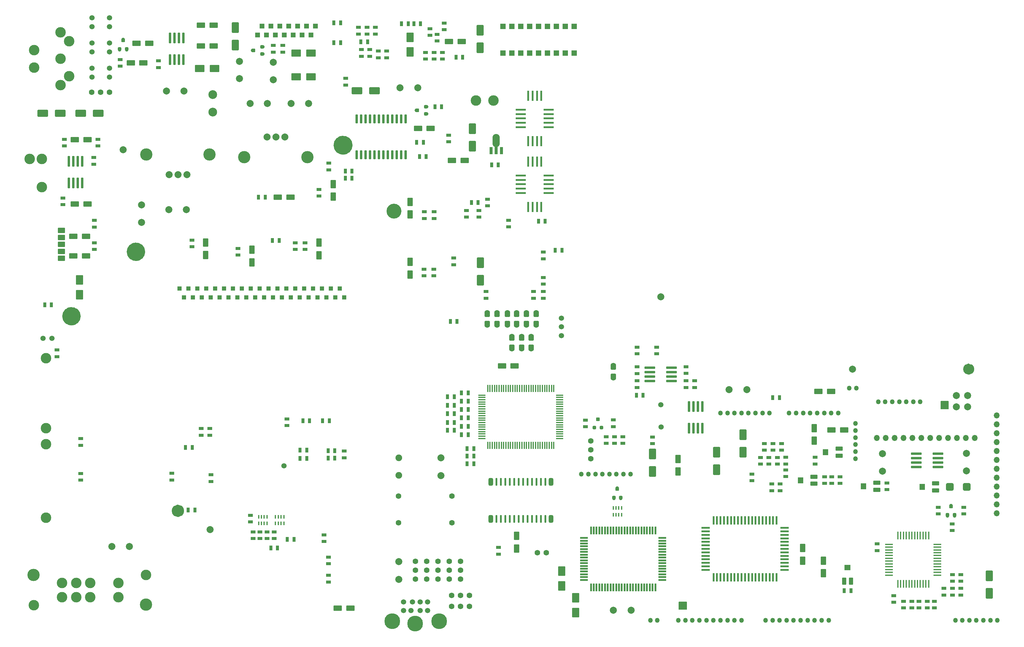
<source format=gts>
G04 #@! TF.GenerationSoftware,KiCad,Pcbnew,7.0.8*
G04 #@! TF.CreationDate,2023-10-29T14:46:32+01:00*
G04 #@! TF.ProjectId,PCE,5043452e-6b69-4636-9164-5f7063625858,rev?*
G04 #@! TF.SameCoordinates,Original*
G04 #@! TF.FileFunction,Soldermask,Top*
G04 #@! TF.FilePolarity,Negative*
%FSLAX46Y46*%
G04 Gerber Fmt 4.6, Leading zero omitted, Abs format (unit mm)*
G04 Created by KiCad (PCBNEW 7.0.8) date 2023-10-29 14:46:32*
%MOMM*%
%LPD*%
G01*
G04 APERTURE LIST*
G04 Aperture macros list*
%AMRoundRect*
0 Rectangle with rounded corners*
0 $1 Rounding radius*
0 $2 $3 $4 $5 $6 $7 $8 $9 X,Y pos of 4 corners*
0 Add a 4 corners polygon primitive as box body*
4,1,4,$2,$3,$4,$5,$6,$7,$8,$9,$2,$3,0*
0 Add four circle primitives for the rounded corners*
1,1,$1+$1,$2,$3*
1,1,$1+$1,$4,$5*
1,1,$1+$1,$6,$7*
1,1,$1+$1,$8,$9*
0 Add four rect primitives between the rounded corners*
20,1,$1+$1,$2,$3,$4,$5,0*
20,1,$1+$1,$4,$5,$6,$7,0*
20,1,$1+$1,$6,$7,$8,$9,0*
20,1,$1+$1,$8,$9,$2,$3,0*%
G04 Aperture macros list end*
%ADD10C,0.150000*%
%ADD11C,2.650000*%
%ADD12C,1.575000*%
%ADD13C,2.150000*%
%ADD14C,2.717800*%
%ADD15C,1.775000*%
%ADD16RoundRect,0.200000X-0.800000X1.300000X-0.800000X-1.300000X0.800000X-1.300000X0.800000X1.300000X0*%
%ADD17RoundRect,0.219512X0.480488X-0.230488X0.480488X0.230488X-0.480488X0.230488X-0.480488X-0.230488X0*%
%ADD18RoundRect,0.219512X-0.480488X0.230488X-0.480488X-0.230488X0.480488X-0.230488X0.480488X0.230488X0*%
%ADD19RoundRect,0.219512X-0.230488X-0.480488X0.230488X-0.480488X0.230488X0.480488X-0.230488X0.480488X0*%
%ADD20RoundRect,0.060000X-1.440000X-0.240000X1.440000X-0.240000X1.440000X0.240000X-1.440000X0.240000X0*%
%ADD21RoundRect,0.150000X-1.050000X-0.600000X1.050000X-0.600000X1.050000X0.600000X-1.050000X0.600000X0*%
%ADD22RoundRect,0.150000X0.600000X-1.050000X0.600000X1.050000X-0.600000X1.050000X-0.600000X-1.050000X0*%
%ADD23O,1.350000X1.350000*%
%ADD24C,1.600000*%
%ADD25RoundRect,0.200000X0.800000X-1.300000X0.800000X1.300000X-0.800000X1.300000X-0.800000X-1.300000X0*%
%ADD26RoundRect,0.150000X-0.600000X1.050000X-0.600000X-1.050000X0.600000X-1.050000X0.600000X1.050000X0*%
%ADD27R,0.400000X1.100000*%
%ADD28RoundRect,0.200000X-1.175000X-0.800000X1.175000X-0.800000X1.175000X0.800000X-1.175000X0.800000X0*%
%ADD29C,1.500000*%
%ADD30RoundRect,0.219512X0.230488X0.480488X-0.230488X0.480488X-0.230488X-0.480488X0.230488X-0.480488X0*%
%ADD31RoundRect,0.060000X-0.940000X-0.540000X0.940000X-0.540000X0.940000X0.540000X-0.940000X0.540000X0*%
%ADD32RoundRect,0.080000X-0.720000X-0.795000X0.720000X-0.795000X0.720000X0.795000X-0.720000X0.795000X0*%
%ADD33C,2.000000*%
%ADD34RoundRect,0.060000X0.240000X-1.440000X0.240000X1.440000X-0.240000X1.440000X-0.240000X-1.440000X0*%
%ADD35O,1.700000X1.700000*%
%ADD36R,0.900000X2.000000*%
%ADD37R,0.900000X2.500000*%
%ADD38RoundRect,1.050000X0.000000X-0.825000X0.000000X0.825000X0.000000X0.825000X0.000000X-0.825000X0*%
%ADD39RoundRect,0.200000X0.300000X0.300000X-0.300000X0.300000X-0.300000X-0.300000X0.300000X-0.300000X0*%
%ADD40C,1.000000*%
%ADD41RoundRect,0.250000X0.250000X0.250000X-0.250000X0.250000X-0.250000X-0.250000X0.250000X-0.250000X0*%
%ADD42RoundRect,0.326087X-0.473913X0.423913X-0.473913X-0.423913X0.473913X-0.423913X0.473913X0.423913X0*%
%ADD43C,3.000000*%
%ADD44RoundRect,0.200000X-0.800000X1.175000X-0.800000X-1.175000X0.800000X-1.175000X0.800000X1.175000X0*%
%ADD45C,4.500000*%
%ADD46RoundRect,0.070000X0.630000X0.630000X-0.630000X0.630000X-0.630000X-0.630000X0.630000X-0.630000X0*%
%ADD47RoundRect,0.060000X-0.240000X1.190000X-0.240000X-1.190000X0.240000X-1.190000X0.240000X1.190000X0*%
%ADD48RoundRect,0.200000X0.300000X-0.300000X0.300000X0.300000X-0.300000X0.300000X-0.300000X-0.300000X0*%
%ADD49RoundRect,0.250000X0.250000X-0.250000X0.250000X0.250000X-0.250000X0.250000X-0.250000X-0.250000X0*%
%ADD50R,0.500000X2.200000*%
%ADD51R,2.200000X0.500000*%
%ADD52RoundRect,0.478260X0.621740X0.621740X-0.621740X0.621740X-0.621740X-0.621740X0.621740X-0.621740X0*%
%ADD53RoundRect,0.200000X-1.300000X-0.800000X1.300000X-0.800000X1.300000X0.800000X-1.300000X0.800000X0*%
%ADD54RoundRect,0.100000X-0.100000X0.950000X-0.100000X-0.950000X0.100000X-0.950000X0.100000X0.950000X0*%
%ADD55RoundRect,0.100000X-0.950000X0.100000X-0.950000X-0.100000X0.950000X-0.100000X0.950000X0.100000X0*%
%ADD56RoundRect,0.325000X0.325000X0.753750X-0.325000X0.753750X-0.325000X-0.753750X0.325000X-0.753750X0*%
%ADD57RoundRect,0.142500X0.142500X0.936250X-0.142500X0.936250X-0.142500X-0.936250X0.142500X-0.936250X0*%
%ADD58RoundRect,0.200000X1.300000X0.800000X-1.300000X0.800000X-1.300000X-0.800000X1.300000X-0.800000X0*%
%ADD59C,2.500000*%
%ADD60C,3.500000*%
%ADD61R,1.600000X1.600000*%
%ADD62R,0.500000X3.000000*%
%ADD63R,3.000000X0.500000*%
%ADD64C,1.900000*%
%ADD65RoundRect,0.075000X0.925000X0.675000X-0.925000X0.675000X-0.925000X-0.675000X0.925000X-0.675000X0*%
%ADD66R,0.400000X2.250000*%
%ADD67R,2.250000X0.400000*%
%ADD68RoundRect,0.060000X-0.540000X0.940000X-0.540000X-0.940000X0.540000X-0.940000X0.540000X0.940000X0*%
%ADD69RoundRect,0.080000X-0.795000X0.720000X-0.795000X-0.720000X0.795000X-0.720000X0.795000X0.720000X0*%
%ADD70R,0.500000X2.400000*%
%ADD71R,2.400000X0.500000*%
%ADD72RoundRect,0.062500X0.562500X0.562500X-0.562500X0.562500X-0.562500X-0.562500X0.562500X-0.562500X0*%
G04 APERTURE END LIST*
D10*
X257625000Y-215450000D02*
X259800000Y-215450000D01*
X259800000Y-217625000D01*
X257625000Y-217625000D01*
X257625000Y-215450000D01*
G36*
X257625000Y-215450000D02*
G01*
X259800000Y-215450000D01*
X259800000Y-217625000D01*
X257625000Y-217625000D01*
X257625000Y-215450000D01*
G37*
D11*
X104000000Y-115500000D02*
G75*
G03*
X104000000Y-115500000I-1325000J0D01*
G01*
D12*
X341087500Y-149000000D02*
G75*
G03*
X341087500Y-149000000I-787500J0D01*
G01*
D13*
X177375000Y-103900000D02*
G75*
G03*
X177375000Y-103900000I-1075000J0D01*
G01*
D11*
X85600000Y-133900000D02*
G75*
G03*
X85600000Y-133900000I-1325000J0D01*
G01*
D14*
X163131500Y-85064600D02*
G75*
G03*
X163131500Y-85064600I-1358900J0D01*
G01*
D10*
X332325000Y-158200000D02*
X334500000Y-158200000D01*
X334500000Y-160375000D01*
X332325000Y-160375000D01*
X332325000Y-158200000D01*
G36*
X332325000Y-158200000D02*
G01*
X334500000Y-158200000D01*
X334500000Y-160375000D01*
X332325000Y-160375000D01*
X332325000Y-158200000D01*
G37*
D15*
X115537500Y-189475000D02*
G75*
G03*
X115537500Y-189475000I-887500J0D01*
G01*
D16*
X346125000Y-208050000D03*
X346125000Y-213050000D03*
D17*
X245625000Y-154250000D03*
X245625000Y-152350000D03*
D18*
X193350000Y-117275000D03*
X193350000Y-119175000D03*
D19*
X195575000Y-160525000D03*
X197475000Y-160525000D03*
D20*
X325300000Y-173145000D03*
X325300000Y-174415000D03*
X325300000Y-175685000D03*
X325300000Y-176955000D03*
X331500000Y-176950000D03*
X331500000Y-175685000D03*
X331500000Y-174415000D03*
X331500000Y-173145000D03*
D21*
X121212200Y-50774600D03*
X124812200Y-50774600D03*
D18*
X259675000Y-148325000D03*
X259675000Y-150225000D03*
D17*
X288100000Y-179700000D03*
X288100000Y-177800000D03*
D22*
X180925000Y-104825000D03*
X180925000Y-101225000D03*
D23*
X303050000Y-161575000D03*
X301050000Y-161575000D03*
X299050000Y-161575000D03*
X297050000Y-161575000D03*
X295050000Y-161575000D03*
X293050000Y-161575000D03*
X291050000Y-161575000D03*
X289050000Y-161575000D03*
D19*
X195575000Y-167700000D03*
X197475000Y-167700000D03*
D17*
X314150000Y-200800000D03*
X314150000Y-198900000D03*
D24*
X192785000Y-213591200D03*
X195325000Y-213591200D03*
X197865000Y-213591200D03*
D18*
X236900000Y-168325000D03*
X236900000Y-170225000D03*
D25*
X200950000Y-123625000D03*
X200950000Y-118625000D03*
D26*
X211325000Y-196600000D03*
X211325000Y-200200000D03*
D27*
X142475000Y-193050000D03*
X143275000Y-193050000D03*
X144075000Y-193050000D03*
X144875000Y-193050000D03*
X144875000Y-191150000D03*
X144075000Y-191150000D03*
X143275000Y-191150000D03*
X142475000Y-191150000D03*
D28*
X120875000Y-63150000D03*
X125075000Y-63150000D03*
D26*
X135750000Y-114900000D03*
X135750000Y-118500000D03*
D17*
X167000000Y-59675000D03*
X167000000Y-57775000D03*
D19*
X191575000Y-161725000D03*
X193475000Y-161725000D03*
D29*
X95100000Y-65600000D03*
X90100000Y-65600000D03*
X95100000Y-63100000D03*
X90100000Y-63100000D03*
D17*
X171000000Y-53325000D03*
X171000000Y-51425000D03*
D30*
X119475000Y-189275000D03*
X117575000Y-189275000D03*
D17*
X80175000Y-145425000D03*
X80175000Y-143525000D03*
D18*
X285675000Y-174225000D03*
X285675000Y-176125000D03*
D24*
X232460800Y-169545000D03*
X232460800Y-172085000D03*
X232460800Y-174625000D03*
D18*
X191875000Y-82200000D03*
X191875000Y-84100000D03*
D31*
X296150000Y-179725000D03*
D32*
X292300000Y-180725000D03*
D31*
X296150000Y-181725000D03*
D18*
X162560000Y-65979000D03*
X162560000Y-67879000D03*
D23*
X249450000Y-220700000D03*
X251450000Y-220700000D03*
D29*
X95100000Y-58425000D03*
X90100000Y-58425000D03*
X95100000Y-55925000D03*
X90100000Y-55925000D03*
D17*
X168600000Y-53325000D03*
X168600000Y-51425000D03*
X301200000Y-181650000D03*
X301200000Y-179750000D03*
D23*
X282325000Y-220700000D03*
X284325000Y-220700000D03*
X286325000Y-220700000D03*
X288325000Y-220700000D03*
X290325000Y-220700000D03*
X292325000Y-220700000D03*
X294325000Y-220700000D03*
X296325000Y-220700000D03*
X298325000Y-220700000D03*
X300325000Y-220700000D03*
D17*
X318900000Y-215575000D03*
X318900000Y-213675000D03*
D19*
X187975000Y-74100000D03*
X189875000Y-74100000D03*
D24*
X192850000Y-185275000D03*
X177610000Y-185275000D03*
X177610000Y-192895000D03*
X192850000Y-192895000D03*
X182425000Y-208965000D03*
X182425000Y-206425000D03*
X182425000Y-203885000D03*
D33*
X339625000Y-173100000D03*
X339625000Y-178075000D03*
D34*
X260520000Y-165875000D03*
X261790000Y-165875000D03*
X263060000Y-165875000D03*
X264330000Y-165875000D03*
X264325000Y-159675000D03*
X263060000Y-159675000D03*
X261790000Y-159675000D03*
X260520000Y-159675000D03*
D33*
X111375000Y-69575000D03*
X116350000Y-69575000D03*
D18*
X239200000Y-168325000D03*
X239200000Y-170225000D03*
D27*
X238850000Y-190550000D03*
X239650000Y-190550000D03*
X240450000Y-190550000D03*
X241250000Y-190550000D03*
X241250000Y-188650000D03*
X240450000Y-188650000D03*
X239650000Y-188650000D03*
X238850000Y-188650000D03*
D29*
X95100000Y-51225000D03*
X90100000Y-51225000D03*
X95100000Y-48725000D03*
X90100000Y-48725000D03*
D35*
X314080000Y-168650000D03*
X316620000Y-168650000D03*
X319160000Y-168650000D03*
X321700000Y-168650000D03*
X324240000Y-168650000D03*
X326780000Y-168650000D03*
X329320000Y-168650000D03*
X331860000Y-168650000D03*
X334400000Y-168650000D03*
X336940000Y-168650000D03*
X339480000Y-168650000D03*
X342020000Y-168650000D03*
D17*
X112950000Y-180650000D03*
X112950000Y-178750000D03*
X91821000Y-85262800D03*
X91821000Y-83362800D03*
D19*
X76662200Y-130683000D03*
X78562200Y-130683000D03*
D33*
X141875000Y-61400000D03*
X141875000Y-66375000D03*
D24*
X219750000Y-201425000D03*
X217210000Y-201425000D03*
D17*
X251250000Y-144650000D03*
X251250000Y-142750000D03*
D36*
X203975000Y-86600000D03*
D37*
X205475000Y-86350000D03*
D38*
X205475000Y-83725000D03*
D36*
X206975000Y-86600000D03*
D18*
X286500000Y-181812500D03*
X286500000Y-183712500D03*
D39*
X182950000Y-75100000D03*
D40*
X182650000Y-75100000D03*
X185650000Y-76100000D03*
D41*
X185350000Y-76100000D03*
D40*
X185650000Y-74100000D03*
D41*
X185350000Y-74100000D03*
D21*
X192027400Y-55499000D03*
X195627400Y-55499000D03*
D33*
X123800000Y-194850000D03*
D30*
X180345200Y-50342800D03*
X178445200Y-50342800D03*
D17*
X335625000Y-213525000D03*
X335625000Y-211625000D03*
D24*
X185630000Y-208965000D03*
X185630000Y-206425000D03*
X185630000Y-203885000D03*
D31*
X330875000Y-181625000D03*
D32*
X327025000Y-182625000D03*
D31*
X330875000Y-183625000D03*
D23*
X283450000Y-161575000D03*
X281450000Y-161575000D03*
X279450000Y-161575000D03*
X277450000Y-161575000D03*
X275450000Y-161575000D03*
X273450000Y-161575000D03*
X271450000Y-161575000D03*
X269450000Y-161575000D03*
D19*
X195575000Y-162925000D03*
X197475000Y-162925000D03*
D24*
X192055000Y-208975000D03*
X192055000Y-206435000D03*
X192055000Y-203895000D03*
D21*
X143175000Y-99875000D03*
X146775000Y-99875000D03*
D19*
X157500000Y-174425000D03*
X159400000Y-174425000D03*
D17*
X135325000Y-192625000D03*
X135325000Y-190725000D03*
D24*
X205700000Y-132900000D03*
D42*
X205700000Y-133350000D03*
X205700000Y-135950000D03*
D24*
X205700000Y-136400000D03*
D18*
X184875000Y-120475000D03*
X184875000Y-122375000D03*
D43*
X73627600Y-62875800D03*
X73627600Y-57875800D03*
X81127600Y-67875800D03*
X81127600Y-60375800D03*
X81127600Y-52875800D03*
X83627600Y-65375800D03*
X83627600Y-55375800D03*
D18*
X123725000Y-165975000D03*
X123725000Y-167875000D03*
D17*
X190119000Y-60487600D03*
X190119000Y-58587600D03*
D18*
X109067600Y-61000600D03*
X109067600Y-62900600D03*
D23*
X257450000Y-220700000D03*
X259450000Y-220700000D03*
X261450000Y-220700000D03*
X263450000Y-220700000D03*
X265450000Y-220700000D03*
X267450000Y-220700000D03*
X269450000Y-220700000D03*
X271450000Y-220700000D03*
X273450000Y-220700000D03*
X275450000Y-220700000D03*
D18*
X208975000Y-106475000D03*
X208975000Y-108375000D03*
D30*
X286275000Y-157175000D03*
X284375000Y-157175000D03*
D18*
X187750000Y-104100000D03*
X187750000Y-106000000D03*
D44*
X228175000Y-214300000D03*
X228175000Y-218500000D03*
D33*
X315675000Y-173150000D03*
X315675000Y-178125000D03*
D18*
X230925000Y-163575000D03*
X230925000Y-165475000D03*
D19*
X217525000Y-106800000D03*
X219425000Y-106800000D03*
D17*
X278425000Y-180875000D03*
X278425000Y-178975000D03*
D18*
X238850000Y-163512500D03*
X238850000Y-165412500D03*
X184925000Y-104100000D03*
X184925000Y-106000000D03*
D45*
X189225000Y-220950000D03*
X182375000Y-221700000D03*
X175825000Y-220950000D03*
D29*
X183775000Y-217950000D03*
X181125000Y-217950000D03*
X185875000Y-217950000D03*
X183775000Y-215450000D03*
X179075000Y-217950000D03*
X185875000Y-215450000D03*
X181575000Y-215450000D03*
X179075000Y-215450000D03*
D17*
X90805000Y-114843600D03*
X90805000Y-112943600D03*
D19*
X166875000Y-55550000D03*
X168775000Y-55550000D03*
D23*
X336475000Y-220700000D03*
X338475000Y-220700000D03*
X340475000Y-220700000D03*
X342475000Y-220700000D03*
X344475000Y-220700000D03*
X346475000Y-220700000D03*
X348475000Y-220700000D03*
D21*
X102848000Y-55981600D03*
X106448000Y-55981600D03*
X160275000Y-217250000D03*
X163875000Y-217250000D03*
D33*
X189705000Y-174300000D03*
X189705000Y-179380000D03*
D18*
X187675000Y-120475000D03*
X187675000Y-122375000D03*
D19*
X162425000Y-94500000D03*
X164325000Y-94500000D03*
D30*
X199075000Y-173850000D03*
X197175000Y-173850000D03*
D19*
X159175000Y-50150000D03*
X161075000Y-50150000D03*
D17*
X328450000Y-217175000D03*
X328450000Y-215275000D03*
D33*
X99025000Y-86325000D03*
D28*
X148425000Y-65550000D03*
X152625000Y-65550000D03*
D46*
X137380000Y-53575000D03*
X138650000Y-51035000D03*
X139920000Y-53575000D03*
X141190000Y-51035000D03*
X142460000Y-53575000D03*
X143730000Y-51035000D03*
X145000000Y-53575000D03*
X146270000Y-51035000D03*
X147540000Y-53575000D03*
X148810000Y-51035000D03*
X150080000Y-53575000D03*
X151350000Y-51035000D03*
X152620000Y-53575000D03*
X153890000Y-51035000D03*
D16*
X198650000Y-80350000D03*
X198650000Y-85350000D03*
D17*
X142100000Y-197400000D03*
X142100000Y-195500000D03*
D33*
X135225000Y-73150000D03*
X140200000Y-73150000D03*
D18*
X259675000Y-152325000D03*
X259675000Y-154225000D03*
D30*
X183891000Y-50342800D03*
X181991000Y-50342800D03*
D18*
X245625000Y-148350000D03*
X245625000Y-150250000D03*
X90627200Y-88585000D03*
X90627200Y-90485000D03*
D17*
X86950000Y-180700000D03*
X86950000Y-178800000D03*
X330500000Y-217175000D03*
X330500000Y-215275000D03*
D21*
X85223800Y-101879400D03*
X88823800Y-101879400D03*
D19*
X137650000Y-99875000D03*
X139550000Y-99875000D03*
D16*
X268350000Y-172725000D03*
X268350000Y-177725000D03*
D47*
X179610000Y-77525000D03*
X178340000Y-77525000D03*
X177070000Y-77525000D03*
X175800000Y-77525000D03*
X174530000Y-77525000D03*
X173260000Y-77525000D03*
X171990000Y-77525000D03*
X170720000Y-77525000D03*
X169450000Y-77525000D03*
X168180000Y-77525000D03*
X166910000Y-77525000D03*
X165640000Y-77525000D03*
X165640000Y-87825000D03*
X166910000Y-87825000D03*
X168180000Y-87825000D03*
X169450000Y-87825000D03*
X170720000Y-87825000D03*
X171990000Y-87825000D03*
X173260000Y-87825000D03*
X174530000Y-87825000D03*
X175800000Y-87825000D03*
X177070000Y-87825000D03*
X178340000Y-87825000D03*
X179610000Y-87825000D03*
D30*
X159400000Y-172300000D03*
X157500000Y-172300000D03*
D48*
X240025000Y-183250000D03*
D40*
X240025000Y-182950000D03*
X239025000Y-185950000D03*
D49*
X239025000Y-185650000D03*
D40*
X241025000Y-185950000D03*
D49*
X241025000Y-185650000D03*
D16*
X200914000Y-52211600D03*
X200914000Y-57211600D03*
D17*
X131775000Y-116450000D03*
X131775000Y-114550000D03*
D33*
X177695000Y-209050000D03*
X177695000Y-203970000D03*
D17*
X82245200Y-85262800D03*
X82245200Y-83362800D03*
D50*
X250900000Y-195050000D03*
X250100000Y-195050000D03*
X249300000Y-195050000D03*
X248500000Y-195050000D03*
X247700000Y-195050000D03*
X246900000Y-195050000D03*
X246100000Y-195050000D03*
X245300000Y-195050000D03*
X244500000Y-195050000D03*
X243700000Y-195050000D03*
X242900000Y-195050000D03*
X242100000Y-195050000D03*
X241300000Y-195050000D03*
X240500000Y-195050000D03*
X239700000Y-195050000D03*
X238900000Y-195050000D03*
X238100000Y-195050000D03*
X237300000Y-195050000D03*
X236500000Y-195050000D03*
X235700000Y-195050000D03*
X234900000Y-195050000D03*
X234100000Y-195050000D03*
X233300000Y-195050000D03*
X232500000Y-195050000D03*
D51*
X230550000Y-197200000D03*
X230550000Y-198000000D03*
X230550000Y-198800000D03*
X230550000Y-199600000D03*
X230550000Y-200400000D03*
X230550000Y-201200000D03*
X230550000Y-202000000D03*
X230550000Y-202800000D03*
X230550000Y-203600000D03*
X230550000Y-204400000D03*
X230550000Y-205200000D03*
X230550000Y-206000000D03*
X230550000Y-206800000D03*
X230550000Y-207600000D03*
X230550000Y-208400000D03*
X230550000Y-209200000D03*
D50*
X232500000Y-211350000D03*
X233300000Y-211350000D03*
X234100000Y-211350000D03*
X234900000Y-211350000D03*
X235700000Y-211350000D03*
X236500000Y-211350000D03*
X237300000Y-211350000D03*
X238100000Y-211350000D03*
X238900000Y-211350000D03*
X239700000Y-211350000D03*
X240500000Y-211350000D03*
X241300000Y-211350000D03*
X242100000Y-211350000D03*
X242900000Y-211350000D03*
X243700000Y-211350000D03*
X244500000Y-211350000D03*
X245300000Y-211350000D03*
X246100000Y-211350000D03*
X246900000Y-211350000D03*
X247700000Y-211350000D03*
X248500000Y-211350000D03*
X249300000Y-211350000D03*
X250100000Y-211350000D03*
X250900000Y-211350000D03*
D51*
X252850000Y-209200000D03*
X252850000Y-208400000D03*
X252850000Y-207600000D03*
X252850000Y-206800000D03*
X252850000Y-206000000D03*
X252850000Y-205200000D03*
X252850000Y-204400000D03*
X252850000Y-203600000D03*
X252850000Y-202800000D03*
X252850000Y-202000000D03*
X252850000Y-201200000D03*
X252850000Y-200400000D03*
X252850000Y-199600000D03*
X252850000Y-198800000D03*
X252850000Y-198000000D03*
X252850000Y-197200000D03*
D29*
X76175000Y-140250000D03*
X78675000Y-140250000D03*
D23*
X308000000Y-174550000D03*
X308000000Y-172550000D03*
X308000000Y-170550000D03*
X308000000Y-168550000D03*
X308000000Y-166550000D03*
X308000000Y-164550000D03*
D18*
X145725000Y-163200000D03*
X145725000Y-165100000D03*
D52*
X339725000Y-182650000D03*
X334925000Y-182650000D03*
D21*
X101222400Y-61569600D03*
X104822400Y-61569600D03*
D43*
X76975000Y-165850000D03*
X76975000Y-145850000D03*
D20*
X249325000Y-148570000D03*
X249325000Y-149840000D03*
X249325000Y-151110000D03*
X249325000Y-152380000D03*
X255525000Y-152375000D03*
X255525000Y-151110000D03*
X255525000Y-149840000D03*
X255525000Y-148570000D03*
D16*
X131000000Y-51450000D03*
X131000000Y-56450000D03*
D18*
X157600000Y-202675000D03*
X157600000Y-204575000D03*
D33*
X95786800Y-199675000D03*
X100761800Y-199675000D03*
D21*
X207125000Y-148125000D03*
X210725000Y-148125000D03*
D43*
X76975000Y-170425000D03*
X76975000Y-191425000D03*
D33*
X336750000Y-156525000D03*
X336750000Y-159775000D03*
X340000000Y-156525000D03*
X340000000Y-159775000D03*
D19*
X245500000Y-156475000D03*
X247400000Y-156475000D03*
D17*
X216125000Y-128750000D03*
X216125000Y-126850000D03*
D24*
X95165000Y-69925000D03*
X92625000Y-69925000D03*
X90085000Y-69925000D03*
D19*
X204150000Y-90675000D03*
X206050000Y-90675000D03*
D17*
X171800000Y-60100000D03*
X171800000Y-58200000D03*
D21*
X84814000Y-116662200D03*
X88414000Y-116662200D03*
D34*
X83545000Y-95850000D03*
X84815000Y-95850000D03*
X86085000Y-95850000D03*
X87355000Y-95850000D03*
X87350000Y-89650000D03*
X86085000Y-89650000D03*
X84815000Y-89650000D03*
X83545000Y-89650000D03*
D30*
X194312500Y-135400000D03*
X192412500Y-135400000D03*
D23*
X243775000Y-179025000D03*
X241775000Y-179025000D03*
X239775000Y-179025000D03*
X237775000Y-179025000D03*
X235775000Y-179025000D03*
X233775000Y-179025000D03*
X231775000Y-179025000D03*
X229775000Y-179025000D03*
D18*
X200575000Y-103700000D03*
X200575000Y-105600000D03*
X288100000Y-174200000D03*
X288100000Y-176100000D03*
X283250000Y-174225000D03*
X283250000Y-176125000D03*
D24*
X208650000Y-132900000D03*
D42*
X208650000Y-133350000D03*
X208650000Y-135950000D03*
D24*
X208650000Y-136400000D03*
D27*
X137675000Y-193050000D03*
X138475000Y-193050000D03*
X139275000Y-193050000D03*
X140075000Y-193050000D03*
X140075000Y-191150000D03*
X139275000Y-191150000D03*
X138475000Y-191150000D03*
X137675000Y-191150000D03*
D17*
X150900000Y-114825000D03*
X150900000Y-112925000D03*
D16*
X250100000Y-173200000D03*
X250100000Y-178200000D03*
D21*
X192850000Y-89400000D03*
X196450000Y-89400000D03*
D17*
X326075000Y-217175000D03*
X326075000Y-215275000D03*
D18*
X280850000Y-174225000D03*
X280850000Y-176125000D03*
X331600000Y-188450000D03*
X331600000Y-190350000D03*
D21*
X301125000Y-166375000D03*
X304725000Y-166375000D03*
D24*
X188825000Y-208955000D03*
X188825000Y-206415000D03*
X188825000Y-203875000D03*
D17*
X90805000Y-108432600D03*
X90805000Y-106532600D03*
D18*
X206125000Y-199912500D03*
X206125000Y-201812500D03*
X284125000Y-181812500D03*
X284125000Y-183712500D03*
D30*
X184700000Y-84275000D03*
X182800000Y-84275000D03*
D17*
X121325000Y-167875000D03*
X121325000Y-165975000D03*
D30*
X143537500Y-112250000D03*
X141637500Y-112250000D03*
D43*
X199725000Y-72325000D03*
X204700000Y-72325000D03*
D17*
X202975000Y-102375000D03*
X202975000Y-100475000D03*
D30*
X199075000Y-176050000D03*
X197175000Y-176050000D03*
D24*
X209900000Y-139700000D03*
D42*
X209900000Y-140150000D03*
X209900000Y-142750000D03*
D24*
X209900000Y-143200000D03*
D33*
X183125000Y-68700000D03*
X178045000Y-68700000D03*
D17*
X140075000Y-197400000D03*
X140075000Y-195500000D03*
D23*
X326475000Y-158325000D03*
X324475000Y-158325000D03*
X322475000Y-158325000D03*
X320475000Y-158325000D03*
X318475000Y-158325000D03*
X316475000Y-158325000D03*
X314475000Y-158325000D03*
D19*
X195575000Y-158125000D03*
X197475000Y-158125000D03*
D33*
X307175000Y-148975000D03*
D21*
X121212200Y-56769000D03*
X124812200Y-56769000D03*
D17*
X218900000Y-124725000D03*
X218900000Y-122825000D03*
X333250000Y-213525000D03*
X333250000Y-211625000D03*
D19*
X159175000Y-55775000D03*
X161075000Y-55775000D03*
D53*
X165698800Y-69519800D03*
X170698800Y-69519800D03*
D28*
X148425000Y-58750000D03*
X152625000Y-58750000D03*
D30*
X224225000Y-115100000D03*
X222325000Y-115100000D03*
D23*
X308200000Y-154425000D03*
X306200000Y-154425000D03*
D17*
X245625000Y-144650000D03*
X245625000Y-142750000D03*
D18*
X282025000Y-170250000D03*
X282025000Y-172150000D03*
D17*
X321725000Y-217175000D03*
X321725000Y-215275000D03*
X335675000Y-209550000D03*
X335675000Y-207650000D03*
D26*
X158925000Y-96150000D03*
X158925000Y-99750000D03*
D17*
X324025000Y-217175000D03*
X324025000Y-215275000D03*
D18*
X141825000Y-56575000D03*
X141825000Y-58475000D03*
D17*
X157600000Y-209800000D03*
X157600000Y-207900000D03*
D54*
X221900000Y-154500000D03*
X221250000Y-154500000D03*
X220600000Y-154500000D03*
X219950000Y-154500000D03*
X219300000Y-154500000D03*
X218650000Y-154500000D03*
X218000000Y-154500000D03*
X217350000Y-154500000D03*
X216700000Y-154500000D03*
X216050000Y-154500000D03*
X215400000Y-154500000D03*
X214750000Y-154500000D03*
X214100000Y-154500000D03*
X213450000Y-154500000D03*
X212800000Y-154500000D03*
X212150000Y-154500000D03*
X211500000Y-154500000D03*
X210850000Y-154500000D03*
X210200000Y-154500000D03*
X209550000Y-154500000D03*
X208900000Y-154500000D03*
X208250000Y-154500000D03*
X207600000Y-154500000D03*
X206950000Y-154500000D03*
X206300000Y-154500000D03*
X205650000Y-154500000D03*
X205000000Y-154500000D03*
X204350000Y-154500000D03*
X203700000Y-154500000D03*
X203050000Y-154500000D03*
D55*
X201350000Y-156450000D03*
X201350000Y-157100000D03*
X201350000Y-157750000D03*
X201350000Y-158400000D03*
X201350000Y-159050000D03*
X201350000Y-159700000D03*
X201350000Y-160350000D03*
X201350000Y-161000000D03*
X201350000Y-161650000D03*
X201350000Y-162300000D03*
X201350000Y-162950000D03*
X201350000Y-163600000D03*
X201350000Y-164250000D03*
X201350000Y-164900000D03*
X201350000Y-165550000D03*
X201350000Y-166200000D03*
X201350000Y-166850000D03*
X201350000Y-167500000D03*
X201350000Y-168150000D03*
X201350000Y-168800000D03*
D54*
X203050000Y-170750000D03*
X203700000Y-170750000D03*
X204350000Y-170750000D03*
X205000000Y-170750000D03*
X205650000Y-170750000D03*
X206300000Y-170750000D03*
X206950000Y-170750000D03*
X207600000Y-170750000D03*
X208250000Y-170750000D03*
X208900000Y-170750000D03*
X209550000Y-170750000D03*
X210200000Y-170750000D03*
X210850000Y-170750000D03*
X211500000Y-170750000D03*
X212150000Y-170750000D03*
X212800000Y-170750000D03*
X213450000Y-170750000D03*
X214100000Y-170750000D03*
X214750000Y-170750000D03*
X215400000Y-170750000D03*
X216050000Y-170750000D03*
X216700000Y-170750000D03*
X217350000Y-170750000D03*
X218000000Y-170750000D03*
X218650000Y-170750000D03*
X219300000Y-170750000D03*
X219950000Y-170750000D03*
X220600000Y-170750000D03*
X221250000Y-170750000D03*
X221900000Y-170750000D03*
D55*
X223600000Y-168800000D03*
X223600000Y-168150000D03*
X223600000Y-167500000D03*
X223600000Y-166850000D03*
X223600000Y-166200000D03*
X223600000Y-165550000D03*
X223600000Y-164900000D03*
X223600000Y-164250000D03*
X223600000Y-163600000D03*
X223600000Y-162950000D03*
X223600000Y-162300000D03*
X223600000Y-161650000D03*
X223600000Y-161000000D03*
X223600000Y-160350000D03*
X223600000Y-159700000D03*
X223600000Y-159050000D03*
X223600000Y-158400000D03*
X223600000Y-157750000D03*
X223600000Y-157100000D03*
X223600000Y-156450000D03*
D19*
X195575000Y-165325000D03*
X197475000Y-165325000D03*
D24*
X214050000Y-132900000D03*
D42*
X214050000Y-133350000D03*
X214050000Y-135950000D03*
D24*
X214050000Y-136400000D03*
D17*
X202575000Y-128762500D03*
X202575000Y-126862500D03*
D16*
X275900000Y-167750000D03*
X275900000Y-172750000D03*
D24*
X202900000Y-132900000D03*
D42*
X202900000Y-133350000D03*
X202900000Y-135950000D03*
D24*
X202900000Y-136400000D03*
D56*
X221080400Y-181166800D03*
D57*
X219490000Y-181165550D03*
X218220000Y-181165550D03*
X216950000Y-181165550D03*
X215680000Y-181165550D03*
X214410000Y-181165550D03*
X213140000Y-181165550D03*
X211870000Y-181165550D03*
X210600000Y-181165550D03*
X209330000Y-181165550D03*
X208060000Y-181165550D03*
X206790000Y-181165550D03*
X205520000Y-181165550D03*
D56*
X203884600Y-181166800D03*
X203884600Y-191733200D03*
D57*
X205520000Y-191731950D03*
X206790000Y-191731950D03*
X208060000Y-191731950D03*
X209330000Y-191731950D03*
X210600000Y-191731950D03*
X211870000Y-191731950D03*
X213140000Y-191731950D03*
X214410000Y-191731950D03*
X215680000Y-191731950D03*
X216950000Y-191731950D03*
X218220000Y-191731950D03*
X219490000Y-191731950D03*
D56*
X221080400Y-191733200D03*
D26*
X122600000Y-112825000D03*
X122600000Y-116425000D03*
D18*
X284475000Y-170250000D03*
X284475000Y-172150000D03*
X250100000Y-168375000D03*
X250100000Y-170275000D03*
X86950000Y-168850000D03*
X86950000Y-170750000D03*
X262050000Y-152325000D03*
X262050000Y-154225000D03*
D17*
X136100000Y-197400000D03*
X136100000Y-195500000D03*
D29*
X144875000Y-176650000D03*
D21*
X297400000Y-155400000D03*
X301000000Y-155400000D03*
D19*
X195575000Y-155750000D03*
X197475000Y-155750000D03*
D33*
X252400000Y-128375000D03*
D18*
X197000000Y-103700000D03*
X197000000Y-105600000D03*
D30*
X118725000Y-171375000D03*
X116825000Y-171375000D03*
D18*
X335600000Y-193200000D03*
X335600000Y-195100000D03*
X241625000Y-168325000D03*
X241625000Y-170225000D03*
D33*
X271920000Y-154825000D03*
X277000000Y-154825000D03*
X104300000Y-102150000D03*
X104300000Y-107125000D03*
D17*
X118625000Y-114050000D03*
X118625000Y-112150000D03*
D19*
X191575000Y-156925000D03*
X193475000Y-156925000D03*
D17*
X218900000Y-128750000D03*
X218900000Y-126850000D03*
D58*
X91933400Y-75946000D03*
X86933400Y-75946000D03*
D39*
X136225000Y-58000000D03*
D40*
X135925000Y-58000000D03*
X138925000Y-59000000D03*
D41*
X138625000Y-59000000D03*
D40*
X138925000Y-57000000D03*
D41*
X138625000Y-57000000D03*
D19*
X183600000Y-88275000D03*
X185500000Y-88275000D03*
D24*
X216850000Y-132900000D03*
D42*
X216850000Y-133350000D03*
X216850000Y-135950000D03*
D24*
X216850000Y-136400000D03*
D59*
X124600000Y-70650000D03*
X124600000Y-75625000D03*
D21*
X183150000Y-80300000D03*
X186750000Y-80300000D03*
D17*
X187731400Y-60487600D03*
X187731400Y-58587600D03*
D44*
X224150000Y-206700000D03*
X224150000Y-210900000D03*
D30*
X147775000Y-197650000D03*
X145875000Y-197650000D03*
D24*
X238850000Y-147975000D03*
D42*
X238850000Y-148425000D03*
X238850000Y-151025000D03*
D24*
X238850000Y-151475000D03*
D17*
X299150000Y-181650000D03*
X299150000Y-179750000D03*
D34*
X112395000Y-60650000D03*
X113665000Y-60650000D03*
X114935000Y-60650000D03*
X116205000Y-60650000D03*
X116200000Y-54450000D03*
X114935000Y-54450000D03*
X113665000Y-54450000D03*
X112395000Y-54450000D03*
D60*
X105580000Y-216265000D03*
D43*
X105580000Y-207795000D03*
X73560000Y-216395000D03*
D60*
X73440000Y-207795000D03*
D43*
X97660000Y-214085000D03*
X97660000Y-210085000D03*
X89610000Y-214085000D03*
X89610000Y-210085000D03*
X85610000Y-214085000D03*
X85610000Y-210085000D03*
X81610000Y-214085000D03*
X81610000Y-210085000D03*
D48*
X335225000Y-188225000D03*
D40*
X335225000Y-187925000D03*
X334225000Y-190925000D03*
D49*
X334225000Y-190625000D03*
D40*
X336225000Y-190925000D03*
D49*
X336225000Y-190625000D03*
D61*
X207375000Y-58770000D03*
X209915000Y-58770000D03*
X212455000Y-58770000D03*
X214995000Y-58770000D03*
X217535000Y-58770000D03*
X220075000Y-58770000D03*
X222615000Y-58770000D03*
X225155000Y-58770000D03*
X227695000Y-58770000D03*
X227695000Y-51150000D03*
X225155000Y-51150000D03*
X222615000Y-51150000D03*
X220075000Y-51150000D03*
X217535000Y-51150000D03*
X214995000Y-51150000D03*
X212455000Y-51150000D03*
X209915000Y-51150000D03*
X207375000Y-51150000D03*
D19*
X191575000Y-164250000D03*
X193475000Y-164250000D03*
X191575000Y-166500000D03*
X193475000Y-166500000D03*
D30*
X306675000Y-212225000D03*
X304775000Y-212225000D03*
X151400000Y-174475000D03*
X149500000Y-174475000D03*
D19*
X155925000Y-163725000D03*
X157825000Y-163725000D03*
D24*
X192772800Y-216791600D03*
X195312800Y-216791600D03*
X197852800Y-216791600D03*
D43*
X72344400Y-89002600D03*
X75844400Y-89002600D03*
X75844400Y-97002600D03*
D21*
X84814000Y-111099600D03*
X88414000Y-111099600D03*
D17*
X169375000Y-59675000D03*
X169375000Y-57775000D03*
D18*
X98196400Y-60594200D03*
X98196400Y-62494200D03*
D17*
X166200000Y-53325000D03*
X166200000Y-51425000D03*
D26*
X154875000Y-112900000D03*
X154875000Y-116500000D03*
D44*
X86614000Y-123553800D03*
X86614000Y-127753800D03*
D18*
X186537600Y-51805800D03*
X186537600Y-53705800D03*
X286900000Y-170250000D03*
X286900000Y-172150000D03*
D19*
X198400000Y-101425000D03*
X200300000Y-101425000D03*
D18*
X81838800Y-100131800D03*
X81838800Y-102031800D03*
D17*
X338850000Y-190350000D03*
X338850000Y-188450000D03*
D30*
X143050000Y-200075000D03*
X141150000Y-200075000D03*
D44*
X180924200Y-54237200D03*
X180924200Y-58437200D03*
D17*
X185293000Y-60487600D03*
X185293000Y-58587600D03*
D62*
X215850000Y-89725000D03*
X214600000Y-89725000D03*
D63*
X212450000Y-93725000D03*
X212450000Y-94975000D03*
X212450000Y-96225000D03*
X212450000Y-97475000D03*
X212450000Y-98725000D03*
D62*
X214600000Y-102725000D03*
X215850000Y-102725000D03*
X217100000Y-102725000D03*
X218350000Y-102725000D03*
D63*
X220450000Y-98725000D03*
X220450000Y-97475000D03*
X220450000Y-96225000D03*
X220450000Y-94975000D03*
X220450000Y-93725000D03*
D62*
X218350000Y-89725000D03*
X217100000Y-89725000D03*
D18*
X338000000Y-211625000D03*
X338000000Y-213525000D03*
D17*
X296450000Y-176075000D03*
X296450000Y-174175000D03*
D30*
X151400000Y-172125000D03*
X149500000Y-172125000D03*
D33*
X112110000Y-93475000D03*
D60*
X123650000Y-87725000D03*
D33*
X114650000Y-93475000D03*
D60*
X105650000Y-87725000D03*
D33*
X117190000Y-93475000D03*
D17*
X154875000Y-99600000D03*
X154875000Y-97700000D03*
X218900000Y-117500000D03*
X218900000Y-115600000D03*
D24*
X211275000Y-132900000D03*
D42*
X211275000Y-133350000D03*
X211275000Y-135950000D03*
D24*
X211275000Y-136400000D03*
D21*
X85223800Y-83515200D03*
X88823800Y-83515200D03*
D17*
X338050000Y-209550000D03*
X338050000Y-207650000D03*
D48*
X234475000Y-163300000D03*
D49*
X233475000Y-165700000D03*
X235475000Y-165700000D03*
D17*
X162100000Y-174300000D03*
X162100000Y-172400000D03*
X316950000Y-183425000D03*
X316950000Y-181525000D03*
D18*
X157700000Y-90187500D03*
X157700000Y-92087500D03*
D17*
X148125000Y-114825000D03*
X148125000Y-112925000D03*
D24*
X195305000Y-208975000D03*
X195305000Y-206435000D03*
X195305000Y-203895000D03*
D29*
X252425000Y-159175000D03*
D48*
X99034600Y-55162600D03*
D40*
X99034600Y-54862600D03*
X98034600Y-57862600D03*
D49*
X98034600Y-57562600D03*
D40*
X100034600Y-57862600D03*
D49*
X100034600Y-57562600D03*
D33*
X112100000Y-103475000D03*
X117075000Y-103475000D03*
D22*
X180875000Y-122000000D03*
X180875000Y-118400000D03*
D62*
X215850000Y-70925000D03*
X214600000Y-70925000D03*
D63*
X212450000Y-74925000D03*
X212450000Y-76175000D03*
X212450000Y-77425000D03*
X212450000Y-78675000D03*
X212450000Y-79925000D03*
D62*
X214600000Y-83925000D03*
X215850000Y-83925000D03*
X217100000Y-83925000D03*
X218350000Y-83925000D03*
D63*
X220450000Y-79925000D03*
X220450000Y-78675000D03*
X220450000Y-77425000D03*
X220450000Y-76175000D03*
X220450000Y-74925000D03*
D62*
X218350000Y-70925000D03*
X217100000Y-70925000D03*
D30*
X152225000Y-163725000D03*
X150325000Y-163725000D03*
D58*
X81102200Y-75946000D03*
X76102200Y-75946000D03*
D26*
X257350000Y-174650000D03*
X257350000Y-178250000D03*
D30*
X199075000Y-171700000D03*
X197175000Y-171700000D03*
D18*
X138075000Y-195500000D03*
X138075000Y-197400000D03*
D17*
X144600000Y-58475000D03*
X144600000Y-56575000D03*
D26*
X298850000Y-203675000D03*
X298850000Y-207275000D03*
D64*
X177700000Y-179350000D03*
X177700000Y-174350000D03*
D29*
X224050000Y-139450000D03*
X224050000Y-136950000D03*
X224050000Y-134450000D03*
D17*
X174200000Y-60100000D03*
X174200000Y-58200000D03*
D33*
X145140000Y-82725000D03*
D60*
X133600000Y-88475000D03*
D33*
X142600000Y-82725000D03*
D60*
X151600000Y-88475000D03*
D33*
X140060000Y-82725000D03*
D17*
X124050000Y-181075000D03*
X124050000Y-179175000D03*
D31*
X303300000Y-171750000D03*
D32*
X299450000Y-172750000D03*
D31*
X303300000Y-173750000D03*
D18*
X156375000Y-196350000D03*
X156375000Y-198250000D03*
D35*
X348300000Y-162185000D03*
X348300000Y-164725000D03*
X348300000Y-167265000D03*
X348300000Y-169805000D03*
X348300000Y-172345000D03*
X348300000Y-174885000D03*
X348300000Y-177425000D03*
X348300000Y-179965000D03*
X348300000Y-182505000D03*
X348300000Y-185045000D03*
X348300000Y-187585000D03*
X348300000Y-190125000D03*
D33*
X146925000Y-73150000D03*
X151900000Y-73150000D03*
D65*
X81381600Y-117385600D03*
X81381600Y-115385600D03*
X81381600Y-113385600D03*
X81381600Y-111385600D03*
X81381600Y-109385600D03*
D66*
X320075000Y-210325000D03*
X320875000Y-210325000D03*
X321675000Y-210325000D03*
X322475000Y-210325000D03*
X323275000Y-210325000D03*
X324075000Y-210325000D03*
X324875000Y-210325000D03*
X325675000Y-210325000D03*
X326475000Y-210325000D03*
X327275000Y-210325000D03*
X328075000Y-210325000D03*
X328875000Y-210325000D03*
D67*
X331375000Y-207825000D03*
X331375000Y-207025000D03*
X331375000Y-206225000D03*
X331375000Y-205425000D03*
X331375000Y-204625000D03*
X331375000Y-203825000D03*
X331375000Y-203025000D03*
X331375000Y-202225000D03*
X331375000Y-201425000D03*
X331375000Y-200625000D03*
X331375000Y-199825000D03*
X331375000Y-199025000D03*
D66*
X328875000Y-196525000D03*
X328075000Y-196525000D03*
X327275000Y-196525000D03*
X326475000Y-196525000D03*
X325675000Y-196525000D03*
X324875000Y-196525000D03*
X324075000Y-196525000D03*
X323275000Y-196525000D03*
X322475000Y-196525000D03*
X321675000Y-196525000D03*
X320875000Y-196525000D03*
X320075000Y-196525000D03*
D67*
X317575000Y-199025000D03*
X317575000Y-199825000D03*
X317575000Y-200625000D03*
X317575000Y-201425000D03*
X317575000Y-202225000D03*
X317575000Y-203025000D03*
X317575000Y-203825000D03*
X317575000Y-204625000D03*
X317575000Y-205425000D03*
X317575000Y-206225000D03*
X317575000Y-207025000D03*
X317575000Y-207825000D03*
D19*
X162425000Y-92500000D03*
X164325000Y-92500000D03*
D68*
X306725000Y-209525000D03*
D69*
X305725000Y-205675000D03*
D68*
X304725000Y-209525000D03*
D17*
X303600000Y-181650000D03*
X303600000Y-179750000D03*
D30*
X195920400Y-59944000D03*
X194020400Y-59944000D03*
D70*
X267477400Y-208475000D03*
X268477400Y-208475000D03*
X269477400Y-208475000D03*
X270477400Y-208475000D03*
X271477400Y-208475000D03*
X272477400Y-208475000D03*
X273477400Y-208475000D03*
X274477400Y-208475000D03*
X275477400Y-208475000D03*
X276477400Y-208475000D03*
X277477400Y-208475000D03*
X278477400Y-208475000D03*
X279477400Y-208475000D03*
X280477400Y-208475000D03*
X281477400Y-208475000D03*
X282477400Y-208475000D03*
X285477400Y-208475000D03*
X284477400Y-208475000D03*
X283477400Y-208475000D03*
D71*
X287727400Y-206325000D03*
X287727400Y-205325000D03*
X287727400Y-204325000D03*
X287727400Y-203325000D03*
X287727400Y-202325000D03*
X287727400Y-201325000D03*
X287727400Y-200325000D03*
X287727400Y-199325000D03*
X287727400Y-198325000D03*
X287727400Y-197325000D03*
X287727400Y-196325000D03*
X287727400Y-195325000D03*
X287727400Y-194325000D03*
D70*
X285477400Y-192175000D03*
X284477400Y-192175000D03*
X283477400Y-192175000D03*
X282477400Y-192175000D03*
X281477400Y-192175000D03*
X280477400Y-192175000D03*
X279477400Y-192175000D03*
X278477400Y-192175000D03*
X277477400Y-192175000D03*
X276477400Y-192175000D03*
X275477400Y-192175000D03*
X274477400Y-192175000D03*
X273477400Y-192175000D03*
X272477400Y-192175000D03*
X271477400Y-192175000D03*
X270477400Y-192175000D03*
X269477400Y-192175000D03*
X268477400Y-192175000D03*
X267477400Y-192175000D03*
D71*
X265227400Y-194325000D03*
X265227400Y-195325000D03*
X265227400Y-196325000D03*
X265227400Y-197325000D03*
X265227400Y-198325000D03*
X265227400Y-199325000D03*
X265227400Y-200325000D03*
X265227400Y-201325000D03*
X265227400Y-202325000D03*
X265227400Y-203325000D03*
X265227400Y-204325000D03*
X265227400Y-205325000D03*
X265227400Y-206325000D03*
D24*
X215425000Y-139700000D03*
D42*
X215425000Y-140150000D03*
X215425000Y-142750000D03*
D24*
X215425000Y-143200000D03*
D29*
X252500000Y-165550000D03*
D24*
X212700000Y-139700000D03*
D42*
X212700000Y-140150000D03*
X212700000Y-142750000D03*
D24*
X212700000Y-143200000D03*
D33*
X132200000Y-61100000D03*
X132200000Y-66075000D03*
D18*
X190652400Y-50180200D03*
X190652400Y-52080200D03*
D17*
X188595000Y-55306000D03*
X188595000Y-53406000D03*
D31*
X314100000Y-181475000D03*
D32*
X310250000Y-182475000D03*
D31*
X314100000Y-183475000D03*
D33*
X238920000Y-217875000D03*
X244000000Y-217875000D03*
D19*
X191575000Y-159350000D03*
X193475000Y-159350000D03*
D26*
X296175000Y-165850000D03*
X296175000Y-169450000D03*
X292900000Y-200075000D03*
X292900000Y-203675000D03*
D72*
X115070000Y-125985000D03*
X116340000Y-128525000D03*
X117610000Y-125985000D03*
X118880000Y-128525000D03*
X120150000Y-125985000D03*
X121420000Y-128525000D03*
X122690000Y-125985000D03*
X123960000Y-128525000D03*
X125230000Y-125985000D03*
X126500000Y-128525000D03*
X127770000Y-125985000D03*
X129040000Y-128525000D03*
X130310000Y-125985000D03*
X131580000Y-128525000D03*
X132850000Y-125985000D03*
X134120000Y-128525000D03*
X135390000Y-125985000D03*
X136660000Y-128525000D03*
X137930000Y-125985000D03*
X139200000Y-128525000D03*
X140470000Y-125985000D03*
X141740000Y-128525000D03*
X143010000Y-125985000D03*
X144280000Y-128525000D03*
X145550000Y-125985000D03*
X146820000Y-128525000D03*
X148090000Y-125985000D03*
X149360000Y-128525000D03*
X150630000Y-125985000D03*
X151900000Y-128525000D03*
X153170000Y-125985000D03*
X154440000Y-128525000D03*
X155710000Y-125985000D03*
X156980000Y-128525000D03*
X158250000Y-125985000D03*
X159520000Y-128525000D03*
X160790000Y-125985000D03*
X162060000Y-128525000D03*
M02*

</source>
